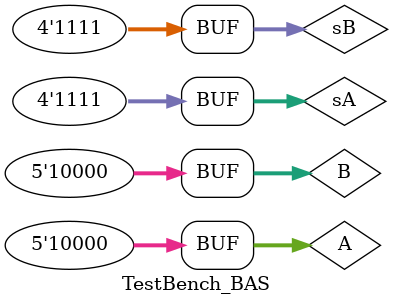
<source format=v>
module TestBench_BAS;

wire signed [3:0]S, D;
wire Cs, Cd, Vs, Vd;
reg [4:0]A, B;
reg signed [3:0]sA, sB;

	binaryAdderSubtractor_4_bit BAS0(S, Cs, Vs, A[3:0], B[3:0], 1'b0),
	                            BAS1(D, Cd, Vd, A[3:0], B[3:0], 1'b1);

initial
begin
	for(A = 5'b00000; A <= 5'b01111; A = A + 5'b00001)
		for(B = 5'b00000; B <= 5'b01111; B = B + 5'b00001)
		begin
			sA = A[3:0];
			sB = B[3:0];
			#50;
		end
end

initial
	$monitor($time, "\t sA=%d sB=%d S=%d CS=%d Vs=%d D=%d Cd=%d Vd=%d", sA, sB, S, Cs, Vs, D, Cd, Vd);
	
endmodule

</source>
